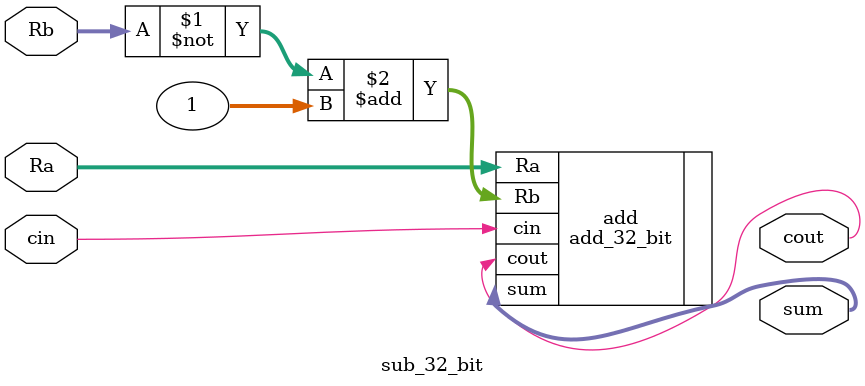
<source format=v>
`timescale 1ns / 1ps

module sub_32_bit(input wire [31:0] Ra, input wire [31:0] Rb, input wire cin, output wire [31:0] sum, output wire cout);
	wire [31:0] tempValue; 
	
	add_32_bit add(.Ra(Ra), .Rb(~Rb+1),.cin(cin),.sum(sum),.cout(cout));
endmodule
</source>
